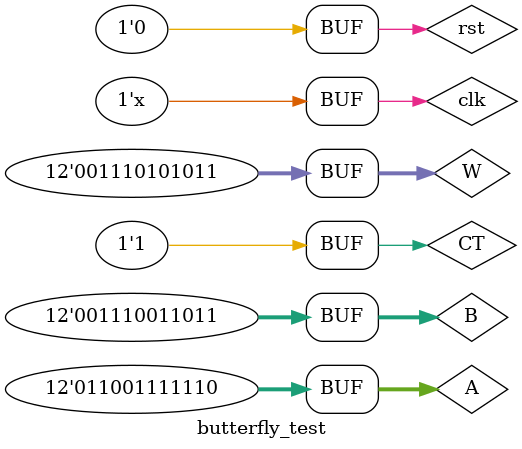
<source format=v>

module butterfly_test();

reg clk,rst;
reg CT;
reg [11:0] A,B,W;
wire[11:0] E,O;
wire[11:0] MUL;
wire[11:0] ADD,SUB;

butterfly uut(clk,rst,
              CT,
              A,B,W,
              E,O,
              MUL,
              ADD,SUB);

always #5 clk = ~clk;

initial begin
    clk = 0;
    rst = 0;
    CT  = 0;
    A   = 0;
    B   = 0;
    W   = 0;

    #200;

    rst = 1;

    #50;
    rst = 0;
    #50;

    A=695;  B=1376; W=1692; CT=0; #10; // E: 2700, O: 3120
    A=518;  B=155;  W=2237; CT=0; #10; // E: 2001, O: 1542
    A=495;  B=331;  W=1996; CT=0; #10; // E: 413, O: 551
    A=2617; B=784;  W=2998; CT=0; #10; // E: 36, O: 1242
    A=80;   B=3195; W=2926; CT=0; #10; // E: 3302, O: 156
    A=2729; B=950;  W=1848; CT=0; #10; // E: 175, O: 2599
    A=763;  B=292;  W=780;  CT=0; #10; // E: 2192, O: 595
    A=258;  B=1629; W=816;  CT=0; #10; // E: 2608, O: 3233

    #100;

    A=3147; B=847;  W=1;    CT=1; #10; // E: 665, O: 2300
    A=2677; B=1496; W=821;  CT=1; #10; // E: 2492, O: 2862
    A=1513; B=2332; W=1476; CT=1; #10; // E: 1359, O: 1667
    A=1936; B=340;  W=2388; CT=1; #10; // E: 1580, O: 2292
    A=1558; B=154;  W=2319; CT=1; #10; // E: 2481, O: 635
    A=3227; B=1516; W=2150; CT=1; #10; // E: 207, O: 2918
    A=2686; B=2702; W=2662; CT=1; #10; // E: 1441, O: 602
    A=1662; B=923;  W=939;  CT=1; #10; // E: 2819, O: 505

end

endmodule

</source>
